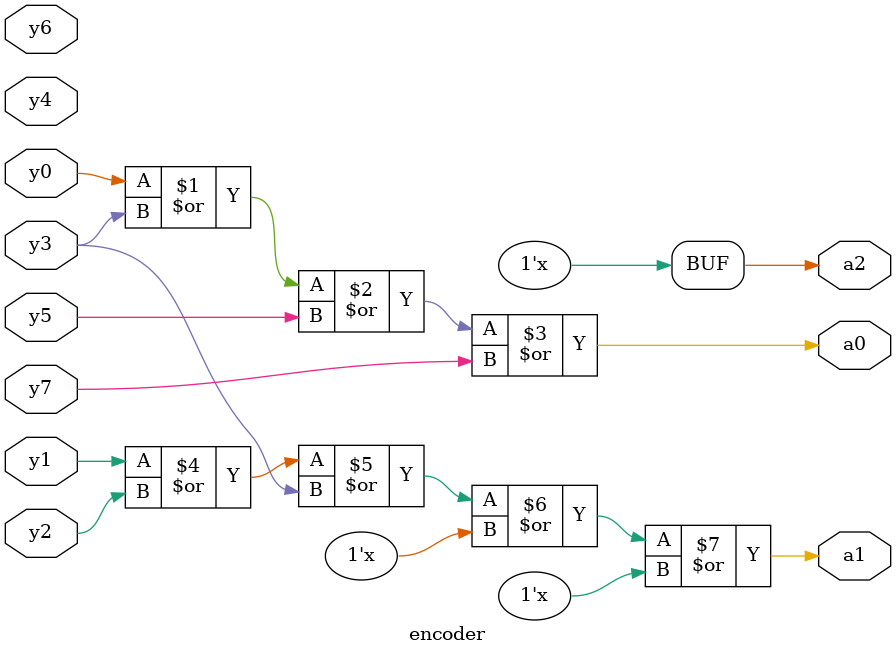
<source format=v>
module encoder(a2,a1,a0,y0,y1,y2,y3,y4,y5,y6,y7);
input y0,y1,y2,y3,y4,y5,y6,y7;
output a0,a1,a2;
or g1(a0,y0,y3,y5,y7);
or g2(a1,y1,y2,y3,y[6],y[7]);
or g3(a2,y[4],y[5],y[6],y[7]);
endmodule

</source>
